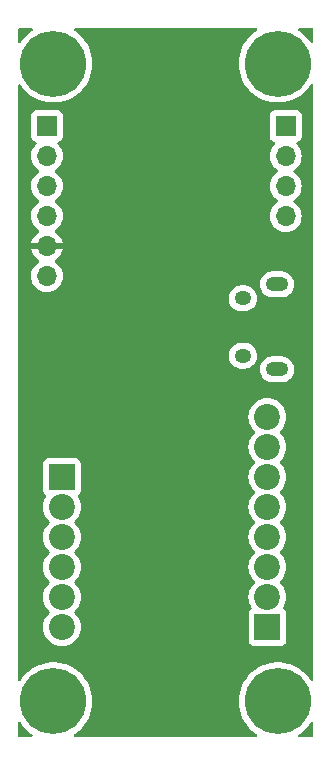
<source format=gbr>
%TF.GenerationSoftware,KiCad,Pcbnew,7.0.5*%
%TF.CreationDate,2023-12-09T18:35:52-08:00*%
%TF.ProjectId,Lyrav3,4c797261-7633-42e6-9b69-6361645f7063,rev?*%
%TF.SameCoordinates,Original*%
%TF.FileFunction,Copper,L3,Inr*%
%TF.FilePolarity,Positive*%
%FSLAX46Y46*%
G04 Gerber Fmt 4.6, Leading zero omitted, Abs format (unit mm)*
G04 Created by KiCad (PCBNEW 7.0.5) date 2023-12-09 18:35:52*
%MOMM*%
%LPD*%
G01*
G04 APERTURE LIST*
%TA.AperFunction,ComponentPad*%
%ADD10C,5.600000*%
%TD*%
%TA.AperFunction,ComponentPad*%
%ADD11R,1.700000X1.700000*%
%TD*%
%TA.AperFunction,ComponentPad*%
%ADD12O,1.700000X1.700000*%
%TD*%
%TA.AperFunction,ComponentPad*%
%ADD13R,2.200000X2.200000*%
%TD*%
%TA.AperFunction,ComponentPad*%
%ADD14C,2.200000*%
%TD*%
%TA.AperFunction,ComponentPad*%
%ADD15O,1.900000X1.200000*%
%TD*%
%TA.AperFunction,ComponentPad*%
%ADD16O,1.400000X1.200000*%
%TD*%
G04 APERTURE END LIST*
D10*
%TO.N,GND*%
%TO.C,H3*%
X186600000Y-116025000D03*
%TD*%
D11*
%TO.N,/BRKOUT4*%
%TO.C,J8*%
X206273400Y-67320000D03*
D12*
%TO.N,/BRKOUT3*%
X206273400Y-69860000D03*
%TO.N,/BRKOUT2*%
X206273400Y-72400000D03*
%TO.N,/BRKOUT1*%
X206273400Y-74940000D03*
%TD*%
D13*
%TO.N,/P4-*%
%TO.C,J1*%
X204724000Y-109728000D03*
D14*
%TO.N,/PYRO PWR*%
X204724000Y-107188000D03*
%TO.N,/P3-*%
X204724000Y-104648000D03*
%TO.N,/PYRO PWR*%
X204724000Y-102108000D03*
%TO.N,/P2-*%
X204724000Y-99568000D03*
%TO.N,/PYRO PWR*%
X204724000Y-97028000D03*
%TO.N,/P1-*%
X204724000Y-94488000D03*
%TO.N,/PYRO PWR*%
X204724000Y-91948000D03*
%TD*%
D15*
%TO.N,N/C*%
%TO.C,J7*%
X205539000Y-80728000D03*
X205539000Y-87928000D03*
D16*
X202639000Y-86748000D03*
%TO.N,unconnected-(J7-Shield-Pad6)*%
X202639000Y-81908000D03*
%TD*%
D10*
%TO.N,GND*%
%TO.C,H1*%
X186600000Y-62025000D03*
%TD*%
%TO.N,GND*%
%TO.C,H2*%
X205600000Y-62025000D03*
%TD*%
%TO.N,GND*%
%TO.C,H4*%
X205600000Y-116025000D03*
%TD*%
D13*
%TO.N,/PYRO PWR*%
%TO.C,J2*%
X187325000Y-97028000D03*
D14*
%TO.N,+12P*%
X187325000Y-99568000D03*
%TO.N,+12V*%
X187325000Y-102108000D03*
%TO.N,+BATT*%
X187325000Y-104648000D03*
%TO.N,GND*%
X187325000Y-107188000D03*
%TO.N,+BATT*%
X187325000Y-109728000D03*
%TD*%
D11*
%TO.N,/BRKOUT5*%
%TO.C,J6*%
X186055000Y-67310000D03*
D12*
%TO.N,/BRKOUT6*%
X186055000Y-69850000D03*
%TO.N,/BRKOUT7*%
X186055000Y-72390000D03*
%TO.N,+12VA*%
X186055000Y-74930000D03*
%TO.N,+3V3*%
X186055000Y-77470000D03*
%TO.N,GND*%
X186055000Y-80010000D03*
%TD*%
%TA.AperFunction,Conductor*%
%TO.N,+3V3*%
G36*
X203803786Y-59045185D02*
G01*
X203849541Y-59097989D01*
X203859485Y-59167147D01*
X203830460Y-59230703D01*
X203800677Y-59255748D01*
X203745081Y-59289200D01*
X203656768Y-59356333D01*
X203460172Y-59505781D01*
X203460163Y-59505789D01*
X203200331Y-59751914D01*
X202968641Y-60024680D01*
X202968634Y-60024690D01*
X202767790Y-60320913D01*
X202767784Y-60320922D01*
X202600151Y-60637111D01*
X202600142Y-60637129D01*
X202467674Y-60969600D01*
X202467672Y-60969607D01*
X202371932Y-61314434D01*
X202371926Y-61314460D01*
X202314029Y-61667614D01*
X202314028Y-61667631D01*
X202294652Y-62024997D01*
X202294652Y-62025002D01*
X202314028Y-62382368D01*
X202314029Y-62382385D01*
X202371926Y-62735539D01*
X202371932Y-62735565D01*
X202467672Y-63080392D01*
X202467674Y-63080399D01*
X202600142Y-63412870D01*
X202600151Y-63412888D01*
X202767784Y-63729077D01*
X202767787Y-63729082D01*
X202767789Y-63729085D01*
X202828861Y-63819160D01*
X202968634Y-64025309D01*
X202968641Y-64025319D01*
X203200331Y-64298085D01*
X203200332Y-64298086D01*
X203460163Y-64544211D01*
X203745081Y-64760800D01*
X204051747Y-64945315D01*
X204051749Y-64945316D01*
X204051751Y-64945317D01*
X204051755Y-64945319D01*
X204376552Y-65095585D01*
X204376565Y-65095591D01*
X204715726Y-65209868D01*
X205065254Y-65286805D01*
X205421052Y-65325500D01*
X205421058Y-65325500D01*
X205778942Y-65325500D01*
X205778948Y-65325500D01*
X206134746Y-65286805D01*
X206484274Y-65209868D01*
X206823435Y-65095591D01*
X207148253Y-64945315D01*
X207454919Y-64760800D01*
X207739837Y-64544211D01*
X207999668Y-64298086D01*
X208231365Y-64025311D01*
X208278359Y-63955998D01*
X208372867Y-63816612D01*
X208426781Y-63772171D01*
X208496164Y-63763933D01*
X208558985Y-63794514D01*
X208595301Y-63854204D01*
X208599500Y-63886199D01*
X208599500Y-114163801D01*
X208579815Y-114230840D01*
X208527011Y-114276595D01*
X208457853Y-114286539D01*
X208394297Y-114257514D01*
X208372867Y-114233388D01*
X208231366Y-114024690D01*
X208231358Y-114024680D01*
X207999668Y-113751914D01*
X207999668Y-113751913D01*
X207739837Y-113505789D01*
X207739830Y-113505783D01*
X207739827Y-113505781D01*
X207672245Y-113454407D01*
X207454919Y-113289200D01*
X207148253Y-113104685D01*
X207148252Y-113104684D01*
X207148248Y-113104682D01*
X207148244Y-113104680D01*
X206823447Y-112954414D01*
X206823441Y-112954411D01*
X206823435Y-112954409D01*
X206653854Y-112897270D01*
X206484273Y-112840131D01*
X206134744Y-112763194D01*
X205778949Y-112724500D01*
X205778948Y-112724500D01*
X205421052Y-112724500D01*
X205421050Y-112724500D01*
X205065255Y-112763194D01*
X204715726Y-112840131D01*
X204459970Y-112926306D01*
X204376565Y-112954409D01*
X204376562Y-112954410D01*
X204376563Y-112954410D01*
X204376552Y-112954414D01*
X204051755Y-113104680D01*
X204051751Y-113104682D01*
X203823367Y-113242096D01*
X203745081Y-113289200D01*
X203656768Y-113356333D01*
X203460172Y-113505781D01*
X203460163Y-113505789D01*
X203200331Y-113751914D01*
X202968641Y-114024680D01*
X202968634Y-114024690D01*
X202767790Y-114320913D01*
X202767784Y-114320922D01*
X202600151Y-114637111D01*
X202600142Y-114637129D01*
X202467674Y-114969600D01*
X202467672Y-114969607D01*
X202371932Y-115314434D01*
X202371926Y-115314460D01*
X202314029Y-115667614D01*
X202314028Y-115667631D01*
X202294652Y-116024997D01*
X202294652Y-116025002D01*
X202314028Y-116382368D01*
X202314029Y-116382385D01*
X202371926Y-116735539D01*
X202371932Y-116735565D01*
X202467672Y-117080392D01*
X202467674Y-117080399D01*
X202600142Y-117412870D01*
X202600151Y-117412888D01*
X202767784Y-117729077D01*
X202767787Y-117729082D01*
X202767789Y-117729085D01*
X202828861Y-117819160D01*
X202968634Y-118025309D01*
X202968641Y-118025319D01*
X203200331Y-118298085D01*
X203200332Y-118298086D01*
X203460163Y-118544211D01*
X203745081Y-118760800D01*
X203800676Y-118794250D01*
X203847970Y-118845679D01*
X203859953Y-118914514D01*
X203832818Y-118978899D01*
X203775181Y-119018393D01*
X203736747Y-119024500D01*
X188463253Y-119024500D01*
X188396214Y-119004815D01*
X188350459Y-118952011D01*
X188340515Y-118882853D01*
X188369540Y-118819297D01*
X188399322Y-118794251D01*
X188454919Y-118760800D01*
X188739837Y-118544211D01*
X188999668Y-118298086D01*
X189231365Y-118025311D01*
X189432211Y-117729085D01*
X189599853Y-117412880D01*
X189732324Y-117080403D01*
X189828071Y-116735552D01*
X189885972Y-116382371D01*
X189905348Y-116025000D01*
X189885972Y-115667629D01*
X189828071Y-115314448D01*
X189732324Y-114969597D01*
X189599853Y-114637120D01*
X189432211Y-114320915D01*
X189231365Y-114024689D01*
X189231361Y-114024684D01*
X189231358Y-114024680D01*
X188999668Y-113751914D01*
X188999668Y-113751913D01*
X188739837Y-113505789D01*
X188739830Y-113505783D01*
X188739827Y-113505781D01*
X188672245Y-113454407D01*
X188454919Y-113289200D01*
X188148253Y-113104685D01*
X188148252Y-113104684D01*
X188148248Y-113104682D01*
X188148244Y-113104680D01*
X187823447Y-112954414D01*
X187823441Y-112954411D01*
X187823435Y-112954409D01*
X187653854Y-112897270D01*
X187484273Y-112840131D01*
X187134744Y-112763194D01*
X186778949Y-112724500D01*
X186778948Y-112724500D01*
X186421052Y-112724500D01*
X186421050Y-112724500D01*
X186065255Y-112763194D01*
X185715726Y-112840131D01*
X185459969Y-112926306D01*
X185376565Y-112954409D01*
X185376562Y-112954410D01*
X185376563Y-112954410D01*
X185376552Y-112954414D01*
X185051755Y-113104680D01*
X185051751Y-113104682D01*
X184823367Y-113242096D01*
X184745081Y-113289200D01*
X184656768Y-113356333D01*
X184460172Y-113505781D01*
X184460163Y-113505789D01*
X184200331Y-113751914D01*
X183968641Y-114024680D01*
X183968633Y-114024690D01*
X183827133Y-114233388D01*
X183773219Y-114277829D01*
X183703836Y-114286067D01*
X183641015Y-114255486D01*
X183604699Y-114195796D01*
X183600500Y-114163801D01*
X183600500Y-109728000D01*
X185719551Y-109728000D01*
X185739317Y-109979151D01*
X185798126Y-110224110D01*
X185894533Y-110456859D01*
X186026160Y-110671653D01*
X186026161Y-110671656D01*
X186026164Y-110671659D01*
X186189776Y-110863224D01*
X186338066Y-110989875D01*
X186381343Y-111026838D01*
X186381346Y-111026839D01*
X186596140Y-111158466D01*
X186828889Y-111254873D01*
X187073852Y-111313683D01*
X187325000Y-111333449D01*
X187576148Y-111313683D01*
X187821111Y-111254873D01*
X188053859Y-111158466D01*
X188268659Y-111026836D01*
X188460224Y-110863224D01*
X188623836Y-110671659D01*
X188755466Y-110456859D01*
X188851873Y-110224111D01*
X188910683Y-109979148D01*
X188930449Y-109728000D01*
X188910683Y-109476852D01*
X188851873Y-109231889D01*
X188755466Y-108999141D01*
X188755466Y-108999140D01*
X188623839Y-108784346D01*
X188623838Y-108784343D01*
X188460224Y-108592776D01*
X188445401Y-108580116D01*
X188412819Y-108552289D01*
X188374627Y-108493784D01*
X188374128Y-108423916D01*
X188411482Y-108364870D01*
X188412756Y-108363764D01*
X188460224Y-108323224D01*
X188623836Y-108131659D01*
X188755466Y-107916859D01*
X188851873Y-107684111D01*
X188910683Y-107439148D01*
X188930449Y-107188000D01*
X188930449Y-107187999D01*
X203118551Y-107187999D01*
X203138317Y-107439151D01*
X203197126Y-107684110D01*
X203293533Y-107916859D01*
X203374520Y-108049016D01*
X203392765Y-108116462D01*
X203371649Y-108183064D01*
X203343105Y-108213072D01*
X203266452Y-108270455D01*
X203180206Y-108385664D01*
X203180202Y-108385671D01*
X203129908Y-108520517D01*
X203123501Y-108580116D01*
X203123501Y-108580123D01*
X203123500Y-108580135D01*
X203123500Y-110875870D01*
X203123501Y-110875876D01*
X203129908Y-110935483D01*
X203180202Y-111070328D01*
X203180206Y-111070335D01*
X203266452Y-111185544D01*
X203266455Y-111185547D01*
X203381664Y-111271793D01*
X203381671Y-111271797D01*
X203516517Y-111322091D01*
X203516516Y-111322091D01*
X203523444Y-111322835D01*
X203576127Y-111328500D01*
X205871872Y-111328499D01*
X205931483Y-111322091D01*
X206066331Y-111271796D01*
X206181546Y-111185546D01*
X206267796Y-111070331D01*
X206318091Y-110935483D01*
X206324500Y-110875873D01*
X206324499Y-108580128D01*
X206318091Y-108520517D01*
X206308120Y-108493784D01*
X206267797Y-108385671D01*
X206267793Y-108385664D01*
X206181547Y-108270455D01*
X206104894Y-108213072D01*
X206063024Y-108157138D01*
X206058040Y-108087446D01*
X206073476Y-108049021D01*
X206154466Y-107916859D01*
X206250873Y-107684111D01*
X206309683Y-107439148D01*
X206329449Y-107188000D01*
X206309683Y-106936852D01*
X206250873Y-106691889D01*
X206154466Y-106459141D01*
X206154466Y-106459140D01*
X206022839Y-106244346D01*
X206022838Y-106244343D01*
X205985875Y-106201066D01*
X205859224Y-106052776D01*
X205811820Y-106012289D01*
X205773627Y-105953782D01*
X205773129Y-105883914D01*
X205810483Y-105824868D01*
X205811669Y-105823839D01*
X205859224Y-105783224D01*
X206022836Y-105591659D01*
X206154466Y-105376859D01*
X206250873Y-105144111D01*
X206309683Y-104899148D01*
X206329449Y-104648000D01*
X206309683Y-104396852D01*
X206250873Y-104151889D01*
X206154466Y-103919141D01*
X206154466Y-103919140D01*
X206022839Y-103704346D01*
X206022838Y-103704343D01*
X205859224Y-103512776D01*
X205859215Y-103512768D01*
X205811819Y-103472289D01*
X205773627Y-103413784D01*
X205773128Y-103343916D01*
X205810482Y-103284870D01*
X205811756Y-103283764D01*
X205859224Y-103243224D01*
X206022836Y-103051659D01*
X206154466Y-102836859D01*
X206250873Y-102604111D01*
X206309683Y-102359148D01*
X206329449Y-102108000D01*
X206309683Y-101856852D01*
X206250873Y-101611889D01*
X206154466Y-101379141D01*
X206154466Y-101379140D01*
X206022839Y-101164346D01*
X206022838Y-101164343D01*
X205985875Y-101121066D01*
X205859224Y-100972776D01*
X205811820Y-100932289D01*
X205773627Y-100873782D01*
X205773129Y-100803914D01*
X205810483Y-100744868D01*
X205811669Y-100743839D01*
X205859224Y-100703224D01*
X206022836Y-100511659D01*
X206154466Y-100296859D01*
X206250873Y-100064111D01*
X206309683Y-99819148D01*
X206329449Y-99568000D01*
X206309683Y-99316852D01*
X206250873Y-99071889D01*
X206154466Y-98839141D01*
X206154466Y-98839140D01*
X206022839Y-98624346D01*
X206022838Y-98624343D01*
X205859224Y-98432776D01*
X205859223Y-98432775D01*
X205811819Y-98392289D01*
X205773627Y-98333784D01*
X205773128Y-98263916D01*
X205810482Y-98204870D01*
X205811756Y-98203764D01*
X205859224Y-98163224D01*
X206022836Y-97971659D01*
X206154466Y-97756859D01*
X206250873Y-97524111D01*
X206309683Y-97279148D01*
X206329449Y-97028000D01*
X206309683Y-96776852D01*
X206250873Y-96531889D01*
X206154466Y-96299141D01*
X206154466Y-96299140D01*
X206022839Y-96084346D01*
X206022838Y-96084343D01*
X205985875Y-96041066D01*
X205859224Y-95892776D01*
X205811820Y-95852289D01*
X205773627Y-95793782D01*
X205773129Y-95723914D01*
X205810483Y-95664868D01*
X205811669Y-95663839D01*
X205859224Y-95623224D01*
X206022836Y-95431659D01*
X206154466Y-95216859D01*
X206250873Y-94984111D01*
X206309683Y-94739148D01*
X206329449Y-94488000D01*
X206309683Y-94236852D01*
X206250873Y-93991889D01*
X206154466Y-93759141D01*
X206154466Y-93759140D01*
X206022839Y-93544346D01*
X206022838Y-93544343D01*
X205859224Y-93352776D01*
X205859223Y-93352775D01*
X205811819Y-93312289D01*
X205773627Y-93253784D01*
X205773128Y-93183916D01*
X205810482Y-93124870D01*
X205811756Y-93123764D01*
X205859224Y-93083224D01*
X206022836Y-92891659D01*
X206154466Y-92676859D01*
X206250873Y-92444111D01*
X206309683Y-92199148D01*
X206329449Y-91948000D01*
X206309683Y-91696852D01*
X206250873Y-91451889D01*
X206154466Y-91219141D01*
X206154466Y-91219140D01*
X206022839Y-91004346D01*
X206022838Y-91004343D01*
X205985875Y-90961066D01*
X205859224Y-90812776D01*
X205732571Y-90704604D01*
X205667656Y-90649161D01*
X205667653Y-90649160D01*
X205452859Y-90517533D01*
X205220110Y-90421126D01*
X204975151Y-90362317D01*
X204724000Y-90342551D01*
X204472848Y-90362317D01*
X204227889Y-90421126D01*
X203995140Y-90517533D01*
X203780346Y-90649160D01*
X203780343Y-90649161D01*
X203588776Y-90812776D01*
X203425161Y-91004343D01*
X203425160Y-91004346D01*
X203293533Y-91219140D01*
X203197126Y-91451889D01*
X203138317Y-91696848D01*
X203118551Y-91947999D01*
X203138317Y-92199151D01*
X203197126Y-92444110D01*
X203293533Y-92676859D01*
X203425160Y-92891653D01*
X203425161Y-92891656D01*
X203425164Y-92891659D01*
X203588776Y-93083224D01*
X203636178Y-93123709D01*
X203636179Y-93123710D01*
X203674372Y-93182217D01*
X203674870Y-93252085D01*
X203637516Y-93311131D01*
X203636179Y-93312290D01*
X203588776Y-93352776D01*
X203425161Y-93544343D01*
X203425160Y-93544346D01*
X203293533Y-93759140D01*
X203197126Y-93991889D01*
X203138317Y-94236848D01*
X203118551Y-94488000D01*
X203138317Y-94739151D01*
X203197126Y-94984110D01*
X203293533Y-95216859D01*
X203425160Y-95431653D01*
X203425161Y-95431656D01*
X203470043Y-95484206D01*
X203588776Y-95623224D01*
X203636179Y-95663710D01*
X203674371Y-95722215D01*
X203674871Y-95792083D01*
X203637517Y-95851129D01*
X203636180Y-95852288D01*
X203588777Y-95892775D01*
X203425161Y-96084343D01*
X203425160Y-96084346D01*
X203293533Y-96299140D01*
X203197126Y-96531889D01*
X203138317Y-96776848D01*
X203118551Y-97028000D01*
X203138317Y-97279151D01*
X203197126Y-97524110D01*
X203293533Y-97756859D01*
X203425160Y-97971653D01*
X203425161Y-97971656D01*
X203425164Y-97971659D01*
X203588776Y-98163224D01*
X203636178Y-98203709D01*
X203636179Y-98203710D01*
X203674372Y-98262217D01*
X203674870Y-98332085D01*
X203637516Y-98391131D01*
X203636179Y-98392290D01*
X203588776Y-98432776D01*
X203425161Y-98624343D01*
X203425160Y-98624346D01*
X203293533Y-98839140D01*
X203197126Y-99071889D01*
X203138317Y-99316848D01*
X203118551Y-99568000D01*
X203138317Y-99819151D01*
X203197126Y-100064110D01*
X203293533Y-100296859D01*
X203425160Y-100511653D01*
X203425161Y-100511656D01*
X203425164Y-100511659D01*
X203588776Y-100703224D01*
X203636175Y-100743707D01*
X203636179Y-100743710D01*
X203674372Y-100802217D01*
X203674870Y-100872085D01*
X203637516Y-100931131D01*
X203636179Y-100932290D01*
X203588776Y-100972776D01*
X203425161Y-101164343D01*
X203425160Y-101164346D01*
X203293533Y-101379140D01*
X203197126Y-101611889D01*
X203138317Y-101856848D01*
X203118551Y-102108000D01*
X203138317Y-102359151D01*
X203197126Y-102604110D01*
X203293533Y-102836859D01*
X203425160Y-103051653D01*
X203425161Y-103051656D01*
X203425164Y-103051659D01*
X203588776Y-103243224D01*
X203636178Y-103283709D01*
X203636179Y-103283710D01*
X203674372Y-103342217D01*
X203674870Y-103412085D01*
X203637516Y-103471131D01*
X203636179Y-103472290D01*
X203588776Y-103512776D01*
X203425161Y-103704343D01*
X203425160Y-103704346D01*
X203293533Y-103919140D01*
X203197126Y-104151889D01*
X203138317Y-104396848D01*
X203118551Y-104647999D01*
X203138317Y-104899151D01*
X203197126Y-105144110D01*
X203293533Y-105376859D01*
X203425160Y-105591653D01*
X203425161Y-105591656D01*
X203425164Y-105591659D01*
X203588776Y-105783224D01*
X203636179Y-105823710D01*
X203674371Y-105882215D01*
X203674871Y-105952083D01*
X203637517Y-106011129D01*
X203636180Y-106012288D01*
X203588777Y-106052775D01*
X203425161Y-106244343D01*
X203425160Y-106244346D01*
X203293533Y-106459140D01*
X203197126Y-106691889D01*
X203138317Y-106936848D01*
X203118551Y-107187999D01*
X188930449Y-107187999D01*
X188910683Y-106936852D01*
X188851873Y-106691889D01*
X188755466Y-106459141D01*
X188755466Y-106459140D01*
X188623839Y-106244346D01*
X188623838Y-106244343D01*
X188460224Y-106052776D01*
X188460223Y-106052775D01*
X188412819Y-106012289D01*
X188374627Y-105953784D01*
X188374128Y-105883916D01*
X188411482Y-105824870D01*
X188412756Y-105823764D01*
X188460224Y-105783224D01*
X188623836Y-105591659D01*
X188755466Y-105376859D01*
X188851873Y-105144111D01*
X188910683Y-104899148D01*
X188930449Y-104648000D01*
X188910683Y-104396852D01*
X188851873Y-104151889D01*
X188755466Y-103919141D01*
X188755466Y-103919140D01*
X188623839Y-103704346D01*
X188623838Y-103704343D01*
X188460224Y-103512776D01*
X188460215Y-103512768D01*
X188412819Y-103472289D01*
X188374627Y-103413784D01*
X188374128Y-103343916D01*
X188411482Y-103284870D01*
X188412756Y-103283764D01*
X188460224Y-103243224D01*
X188623836Y-103051659D01*
X188755466Y-102836859D01*
X188851873Y-102604111D01*
X188910683Y-102359148D01*
X188930449Y-102108000D01*
X188910683Y-101856852D01*
X188851873Y-101611889D01*
X188755466Y-101379141D01*
X188755466Y-101379140D01*
X188623839Y-101164346D01*
X188623838Y-101164343D01*
X188460224Y-100972776D01*
X188412819Y-100932289D01*
X188374627Y-100873784D01*
X188374128Y-100803916D01*
X188411482Y-100744870D01*
X188412756Y-100743764D01*
X188460224Y-100703224D01*
X188623836Y-100511659D01*
X188755466Y-100296859D01*
X188851873Y-100064111D01*
X188910683Y-99819148D01*
X188930449Y-99568000D01*
X188910683Y-99316852D01*
X188851873Y-99071889D01*
X188755466Y-98839141D01*
X188755466Y-98839140D01*
X188674479Y-98706983D01*
X188656234Y-98639538D01*
X188677350Y-98572935D01*
X188705891Y-98542929D01*
X188782546Y-98485546D01*
X188868796Y-98370331D01*
X188919091Y-98235483D01*
X188925500Y-98175873D01*
X188925499Y-95880128D01*
X188919091Y-95820517D01*
X188883060Y-95723914D01*
X188868797Y-95685671D01*
X188868793Y-95685664D01*
X188782547Y-95570455D01*
X188782544Y-95570452D01*
X188667335Y-95484206D01*
X188667328Y-95484202D01*
X188532482Y-95433908D01*
X188532483Y-95433908D01*
X188472883Y-95427501D01*
X188472881Y-95427500D01*
X188472873Y-95427500D01*
X188472864Y-95427500D01*
X186177129Y-95427500D01*
X186177123Y-95427501D01*
X186117516Y-95433908D01*
X185982671Y-95484202D01*
X185982664Y-95484206D01*
X185867455Y-95570452D01*
X185867452Y-95570455D01*
X185781206Y-95685664D01*
X185781202Y-95685671D01*
X185730908Y-95820517D01*
X185724501Y-95880116D01*
X185724501Y-95880123D01*
X185724500Y-95880135D01*
X185724500Y-98175870D01*
X185724501Y-98175876D01*
X185730908Y-98235483D01*
X185781202Y-98370328D01*
X185781206Y-98370335D01*
X185867452Y-98485544D01*
X185867455Y-98485547D01*
X185944104Y-98542927D01*
X185985975Y-98598861D01*
X185990959Y-98668552D01*
X185975520Y-98706983D01*
X185894533Y-98839140D01*
X185798126Y-99071889D01*
X185739317Y-99316848D01*
X185719551Y-99567999D01*
X185739317Y-99819151D01*
X185798126Y-100064110D01*
X185894533Y-100296859D01*
X186026160Y-100511653D01*
X186026161Y-100511656D01*
X186026164Y-100511659D01*
X186189776Y-100703224D01*
X186237175Y-100743707D01*
X186237179Y-100743710D01*
X186275372Y-100802217D01*
X186275870Y-100872085D01*
X186238516Y-100931131D01*
X186237179Y-100932290D01*
X186189776Y-100972776D01*
X186026161Y-101164343D01*
X186026160Y-101164346D01*
X185894533Y-101379140D01*
X185798126Y-101611889D01*
X185739317Y-101856848D01*
X185719551Y-102107999D01*
X185739317Y-102359151D01*
X185798126Y-102604110D01*
X185894533Y-102836859D01*
X186026160Y-103051653D01*
X186026161Y-103051656D01*
X186026164Y-103051659D01*
X186189776Y-103243224D01*
X186234507Y-103281428D01*
X186237178Y-103283709D01*
X186275371Y-103342216D01*
X186275869Y-103412084D01*
X186238515Y-103471130D01*
X186237179Y-103472288D01*
X186189783Y-103512768D01*
X186189776Y-103512776D01*
X186026161Y-103704343D01*
X186026160Y-103704346D01*
X185894533Y-103919140D01*
X185798126Y-104151889D01*
X185739317Y-104396848D01*
X185719551Y-104648000D01*
X185739317Y-104899151D01*
X185798126Y-105144110D01*
X185894533Y-105376859D01*
X186026160Y-105591653D01*
X186026161Y-105591656D01*
X186026164Y-105591659D01*
X186189776Y-105783224D01*
X186237175Y-105823707D01*
X186237179Y-105823710D01*
X186275372Y-105882217D01*
X186275870Y-105952085D01*
X186238516Y-106011131D01*
X186237179Y-106012290D01*
X186189776Y-106052776D01*
X186026161Y-106244343D01*
X186026160Y-106244346D01*
X185894533Y-106459140D01*
X185798126Y-106691889D01*
X185739317Y-106936848D01*
X185719551Y-107188000D01*
X185739317Y-107439151D01*
X185798126Y-107684110D01*
X185894533Y-107916859D01*
X186026160Y-108131653D01*
X186026161Y-108131656D01*
X186026164Y-108131659D01*
X186189776Y-108323224D01*
X186237178Y-108363709D01*
X186237179Y-108363710D01*
X186275372Y-108422217D01*
X186275870Y-108492085D01*
X186238516Y-108551131D01*
X186237179Y-108552290D01*
X186189776Y-108592776D01*
X186026161Y-108784343D01*
X186026160Y-108784346D01*
X185894533Y-108999140D01*
X185798126Y-109231889D01*
X185739317Y-109476848D01*
X185719551Y-109728000D01*
X183600500Y-109728000D01*
X183600500Y-87875401D01*
X204084746Y-87875401D01*
X204094745Y-88085327D01*
X204144296Y-88289578D01*
X204144298Y-88289582D01*
X204231598Y-88480743D01*
X204231601Y-88480748D01*
X204231602Y-88480750D01*
X204231604Y-88480753D01*
X204294627Y-88569256D01*
X204353515Y-88651953D01*
X204353520Y-88651959D01*
X204505620Y-88796985D01*
X204600578Y-88858011D01*
X204682428Y-88910613D01*
X204877543Y-88988725D01*
X204980729Y-89008612D01*
X205083914Y-89028500D01*
X205083915Y-89028500D01*
X205941419Y-89028500D01*
X205941425Y-89028500D01*
X206098218Y-89013528D01*
X206299875Y-88954316D01*
X206486682Y-88858011D01*
X206651886Y-88728092D01*
X206789519Y-88569256D01*
X206894604Y-88387244D01*
X206963344Y-88188633D01*
X206993254Y-87980602D01*
X206983254Y-87770670D01*
X206933704Y-87566424D01*
X206925331Y-87548090D01*
X206846401Y-87375256D01*
X206846398Y-87375251D01*
X206846397Y-87375250D01*
X206846396Y-87375247D01*
X206724486Y-87204048D01*
X206724484Y-87204046D01*
X206724479Y-87204040D01*
X206572379Y-87059014D01*
X206395574Y-86945388D01*
X206200455Y-86867274D01*
X205994086Y-86827500D01*
X205994085Y-86827500D01*
X205136575Y-86827500D01*
X204979781Y-86842472D01*
X204979782Y-86842472D01*
X204979778Y-86842473D01*
X204778127Y-86901683D01*
X204591313Y-86997991D01*
X204426116Y-87127905D01*
X204426112Y-87127909D01*
X204288478Y-87286746D01*
X204183398Y-87468750D01*
X204114656Y-87667365D01*
X204114656Y-87667367D01*
X204088614Y-87848500D01*
X204084746Y-87875401D01*
X183600500Y-87875401D01*
X183600500Y-86695401D01*
X201434746Y-86695401D01*
X201444745Y-86905327D01*
X201494296Y-87109578D01*
X201494298Y-87109582D01*
X201581598Y-87300743D01*
X201581601Y-87300748D01*
X201581602Y-87300750D01*
X201581604Y-87300753D01*
X201644627Y-87389256D01*
X201703515Y-87471953D01*
X201703520Y-87471959D01*
X201855620Y-87616985D01*
X201950578Y-87678011D01*
X202032428Y-87730613D01*
X202227543Y-87808725D01*
X202330729Y-87828612D01*
X202433914Y-87848500D01*
X202433915Y-87848500D01*
X202791419Y-87848500D01*
X202791425Y-87848500D01*
X202948218Y-87833528D01*
X203149875Y-87774316D01*
X203336682Y-87678011D01*
X203350220Y-87667365D01*
X203501883Y-87548094D01*
X203501886Y-87548092D01*
X203639519Y-87389256D01*
X203744604Y-87207244D01*
X203813344Y-87008633D01*
X203843254Y-86800602D01*
X203833254Y-86590670D01*
X203783704Y-86386424D01*
X203783701Y-86386417D01*
X203696401Y-86195256D01*
X203696398Y-86195251D01*
X203696397Y-86195250D01*
X203696396Y-86195247D01*
X203574486Y-86024048D01*
X203574484Y-86024046D01*
X203574479Y-86024040D01*
X203422379Y-85879014D01*
X203245574Y-85765388D01*
X203050455Y-85687274D01*
X202844086Y-85647500D01*
X202844085Y-85647500D01*
X202486575Y-85647500D01*
X202329782Y-85662472D01*
X202329778Y-85662473D01*
X202128127Y-85721683D01*
X201941313Y-85817991D01*
X201776116Y-85947905D01*
X201776112Y-85947909D01*
X201638478Y-86106746D01*
X201533398Y-86288750D01*
X201464656Y-86487365D01*
X201464656Y-86487367D01*
X201449804Y-86590670D01*
X201434746Y-86695401D01*
X183600500Y-86695401D01*
X183600500Y-81855401D01*
X201434746Y-81855401D01*
X201444745Y-82065327D01*
X201494296Y-82269578D01*
X201494298Y-82269582D01*
X201581598Y-82460743D01*
X201581601Y-82460748D01*
X201581602Y-82460750D01*
X201581604Y-82460753D01*
X201644627Y-82549256D01*
X201703515Y-82631953D01*
X201703520Y-82631959D01*
X201855620Y-82776985D01*
X201950578Y-82838011D01*
X202032428Y-82890613D01*
X202227543Y-82968725D01*
X202330729Y-82988612D01*
X202433914Y-83008500D01*
X202433915Y-83008500D01*
X202791419Y-83008500D01*
X202791425Y-83008500D01*
X202948218Y-82993528D01*
X203149875Y-82934316D01*
X203336682Y-82838011D01*
X203501886Y-82708092D01*
X203639519Y-82549256D01*
X203744604Y-82367244D01*
X203813344Y-82168633D01*
X203843254Y-81960602D01*
X203833254Y-81750670D01*
X203783704Y-81546424D01*
X203775331Y-81528090D01*
X203696401Y-81355256D01*
X203696398Y-81355251D01*
X203696397Y-81355250D01*
X203696396Y-81355247D01*
X203574486Y-81184048D01*
X203574484Y-81184046D01*
X203574479Y-81184040D01*
X203422379Y-81039014D01*
X203245574Y-80925388D01*
X203050455Y-80847274D01*
X202844086Y-80807500D01*
X202844085Y-80807500D01*
X202486575Y-80807500D01*
X202329782Y-80822472D01*
X202329778Y-80822473D01*
X202128127Y-80881683D01*
X201941313Y-80977991D01*
X201776116Y-81107905D01*
X201776112Y-81107909D01*
X201638478Y-81266746D01*
X201533398Y-81448750D01*
X201464656Y-81647365D01*
X201464656Y-81647367D01*
X201438614Y-81828500D01*
X201434746Y-81855401D01*
X183600500Y-81855401D01*
X183600500Y-80010000D01*
X184699341Y-80010000D01*
X184719936Y-80245403D01*
X184719938Y-80245413D01*
X184781094Y-80473655D01*
X184781096Y-80473659D01*
X184781097Y-80473663D01*
X184826333Y-80570672D01*
X184880965Y-80687830D01*
X184880967Y-80687834D01*
X184964759Y-80807500D01*
X185016505Y-80881401D01*
X185183599Y-81048495D01*
X185268451Y-81107909D01*
X185377165Y-81184032D01*
X185377167Y-81184033D01*
X185377170Y-81184035D01*
X185591337Y-81283903D01*
X185819592Y-81345063D01*
X186007918Y-81361539D01*
X186054999Y-81365659D01*
X186055000Y-81365659D01*
X186055001Y-81365659D01*
X186094234Y-81362226D01*
X186290408Y-81345063D01*
X186518663Y-81283903D01*
X186732830Y-81184035D01*
X186926401Y-81048495D01*
X187093495Y-80881401D01*
X187229035Y-80687830D01*
X187234831Y-80675401D01*
X204084746Y-80675401D01*
X204094745Y-80885327D01*
X204144296Y-81089578D01*
X204144298Y-81089582D01*
X204231598Y-81280743D01*
X204231601Y-81280748D01*
X204231602Y-81280750D01*
X204231604Y-81280753D01*
X204294627Y-81369256D01*
X204353515Y-81451953D01*
X204353520Y-81451959D01*
X204505620Y-81596985D01*
X204600578Y-81658011D01*
X204682428Y-81710613D01*
X204877543Y-81788725D01*
X204980729Y-81808612D01*
X205083914Y-81828500D01*
X205083915Y-81828500D01*
X205941419Y-81828500D01*
X205941425Y-81828500D01*
X206098218Y-81813528D01*
X206299875Y-81754316D01*
X206486682Y-81658011D01*
X206500220Y-81647365D01*
X206651883Y-81528094D01*
X206651886Y-81528092D01*
X206789519Y-81369256D01*
X206894604Y-81187244D01*
X206963344Y-80988633D01*
X206993254Y-80780602D01*
X206983254Y-80570670D01*
X206933704Y-80366424D01*
X206933701Y-80366417D01*
X206846401Y-80175256D01*
X206846398Y-80175251D01*
X206846397Y-80175250D01*
X206846396Y-80175247D01*
X206724486Y-80004048D01*
X206724484Y-80004046D01*
X206724479Y-80004040D01*
X206572379Y-79859014D01*
X206395574Y-79745388D01*
X206200455Y-79667274D01*
X205994086Y-79627500D01*
X205994085Y-79627500D01*
X205136575Y-79627500D01*
X204979782Y-79642472D01*
X204979778Y-79642473D01*
X204778127Y-79701683D01*
X204591313Y-79797991D01*
X204426116Y-79927905D01*
X204426112Y-79927909D01*
X204288478Y-80086746D01*
X204183398Y-80268750D01*
X204114656Y-80467365D01*
X204114656Y-80467367D01*
X204099804Y-80570670D01*
X204084746Y-80675401D01*
X187234831Y-80675401D01*
X187328903Y-80473663D01*
X187390063Y-80245408D01*
X187410659Y-80010000D01*
X187390063Y-79774592D01*
X187328903Y-79546337D01*
X187229035Y-79332171D01*
X187093495Y-79138599D01*
X187093494Y-79138597D01*
X186926402Y-78971506D01*
X186926401Y-78971505D01*
X186740405Y-78841269D01*
X186696781Y-78786692D01*
X186689588Y-78717193D01*
X186721110Y-78654839D01*
X186740405Y-78638119D01*
X186926082Y-78508105D01*
X187093105Y-78341082D01*
X187228600Y-78147578D01*
X187328429Y-77933492D01*
X187328432Y-77933486D01*
X187385636Y-77720000D01*
X186488686Y-77720000D01*
X186514493Y-77679844D01*
X186555000Y-77541889D01*
X186555000Y-77398111D01*
X186514493Y-77260156D01*
X186488686Y-77220000D01*
X187385636Y-77220000D01*
X187385635Y-77219999D01*
X187328432Y-77006513D01*
X187328429Y-77006507D01*
X187228600Y-76792422D01*
X187228599Y-76792420D01*
X187093113Y-76598926D01*
X187093108Y-76598920D01*
X186926078Y-76431890D01*
X186740405Y-76301879D01*
X186696780Y-76247302D01*
X186689588Y-76177804D01*
X186721110Y-76115449D01*
X186740406Y-76098730D01*
X186912115Y-75978498D01*
X186926401Y-75968495D01*
X187093495Y-75801401D01*
X187229035Y-75607830D01*
X187328903Y-75393663D01*
X187390063Y-75165408D01*
X187409784Y-74940000D01*
X204917741Y-74940000D01*
X204938336Y-75175403D01*
X204938338Y-75175413D01*
X204999494Y-75403655D01*
X204999496Y-75403659D01*
X204999497Y-75403663D01*
X205094702Y-75607830D01*
X205099365Y-75617830D01*
X205099367Y-75617834D01*
X205207681Y-75772521D01*
X205234905Y-75811401D01*
X205401999Y-75978495D01*
X205498784Y-76046264D01*
X205595565Y-76114032D01*
X205595567Y-76114033D01*
X205595570Y-76114035D01*
X205809737Y-76213903D01*
X206037992Y-76275063D01*
X206226318Y-76291539D01*
X206273399Y-76295659D01*
X206273400Y-76295659D01*
X206273401Y-76295659D01*
X206312634Y-76292226D01*
X206508808Y-76275063D01*
X206737063Y-76213903D01*
X206951230Y-76114035D01*
X207144801Y-75978495D01*
X207311895Y-75811401D01*
X207447435Y-75617830D01*
X207547303Y-75403663D01*
X207608463Y-75175408D01*
X207629059Y-74940000D01*
X207608463Y-74704592D01*
X207547303Y-74476337D01*
X207447435Y-74262171D01*
X207311895Y-74068599D01*
X207311894Y-74068597D01*
X207144802Y-73901506D01*
X207144796Y-73901501D01*
X206959242Y-73771575D01*
X206915617Y-73716998D01*
X206908423Y-73647500D01*
X206939946Y-73585145D01*
X206959242Y-73568425D01*
X206981426Y-73552891D01*
X207144801Y-73438495D01*
X207311895Y-73271401D01*
X207447435Y-73077830D01*
X207547303Y-72863663D01*
X207608463Y-72635408D01*
X207629059Y-72400000D01*
X207608463Y-72164592D01*
X207547303Y-71936337D01*
X207447435Y-71722171D01*
X207311895Y-71528599D01*
X207311894Y-71528597D01*
X207144802Y-71361506D01*
X207144801Y-71361505D01*
X206959242Y-71231575D01*
X206959241Y-71231574D01*
X206915616Y-71176997D01*
X206908424Y-71107498D01*
X206939946Y-71045144D01*
X206959236Y-71028428D01*
X207144801Y-70898495D01*
X207311895Y-70731401D01*
X207447435Y-70537830D01*
X207547303Y-70323663D01*
X207608463Y-70095408D01*
X207629059Y-69860000D01*
X207608463Y-69624592D01*
X207547303Y-69396337D01*
X207447435Y-69182171D01*
X207311895Y-68988599D01*
X207189967Y-68866671D01*
X207156484Y-68805351D01*
X207161468Y-68735659D01*
X207203339Y-68679725D01*
X207234315Y-68662810D01*
X207365731Y-68613796D01*
X207480946Y-68527546D01*
X207567196Y-68412331D01*
X207617491Y-68277483D01*
X207623900Y-68217873D01*
X207623899Y-66422128D01*
X207617491Y-66362517D01*
X207613761Y-66352517D01*
X207567197Y-66227671D01*
X207567193Y-66227664D01*
X207480947Y-66112455D01*
X207480944Y-66112452D01*
X207365735Y-66026206D01*
X207365728Y-66026202D01*
X207230882Y-65975908D01*
X207230883Y-65975908D01*
X207171283Y-65969501D01*
X207171281Y-65969500D01*
X207171273Y-65969500D01*
X207171264Y-65969500D01*
X205375529Y-65969500D01*
X205375523Y-65969501D01*
X205315916Y-65975908D01*
X205181071Y-66026202D01*
X205181064Y-66026206D01*
X205065855Y-66112452D01*
X205065852Y-66112455D01*
X204979606Y-66227664D01*
X204979602Y-66227671D01*
X204929308Y-66362517D01*
X204923975Y-66412127D01*
X204922901Y-66422123D01*
X204922900Y-66422135D01*
X204922900Y-68217870D01*
X204922901Y-68217876D01*
X204929308Y-68277483D01*
X204979602Y-68412328D01*
X204979606Y-68412335D01*
X205065852Y-68527544D01*
X205065855Y-68527547D01*
X205181064Y-68613793D01*
X205181071Y-68613797D01*
X205312481Y-68662810D01*
X205368415Y-68704681D01*
X205392832Y-68770145D01*
X205377980Y-68838418D01*
X205356830Y-68866673D01*
X205234903Y-68988600D01*
X205099365Y-69182169D01*
X205099364Y-69182171D01*
X204999498Y-69396335D01*
X204999494Y-69396344D01*
X204938338Y-69624586D01*
X204938336Y-69624596D01*
X204917741Y-69859999D01*
X204917741Y-69860000D01*
X204938336Y-70095403D01*
X204938338Y-70095413D01*
X204999494Y-70323655D01*
X204999496Y-70323659D01*
X204999497Y-70323663D01*
X205094702Y-70527830D01*
X205099365Y-70537830D01*
X205099367Y-70537834D01*
X205234901Y-70731395D01*
X205234906Y-70731402D01*
X205401997Y-70898493D01*
X205402003Y-70898498D01*
X205587558Y-71028425D01*
X205631183Y-71083002D01*
X205638377Y-71152500D01*
X205606854Y-71214855D01*
X205587558Y-71231575D01*
X205401997Y-71361505D01*
X205234905Y-71528597D01*
X205099365Y-71722169D01*
X205099364Y-71722171D01*
X204999498Y-71936335D01*
X204999494Y-71936344D01*
X204938338Y-72164586D01*
X204938336Y-72164596D01*
X204917741Y-72399999D01*
X204917741Y-72400000D01*
X204938336Y-72635403D01*
X204938338Y-72635413D01*
X204999494Y-72863655D01*
X204999496Y-72863659D01*
X204999497Y-72863663D01*
X205094702Y-73067830D01*
X205099365Y-73077830D01*
X205099367Y-73077834D01*
X205234901Y-73271395D01*
X205234906Y-73271402D01*
X205401997Y-73438493D01*
X205402003Y-73438498D01*
X205587558Y-73568425D01*
X205631183Y-73623002D01*
X205638377Y-73692500D01*
X205606854Y-73754855D01*
X205587558Y-73771575D01*
X205401997Y-73901505D01*
X205234905Y-74068597D01*
X205099365Y-74262169D01*
X205099364Y-74262171D01*
X204999498Y-74476335D01*
X204999494Y-74476344D01*
X204938338Y-74704586D01*
X204938336Y-74704596D01*
X204917741Y-74939999D01*
X204917741Y-74940000D01*
X187409784Y-74940000D01*
X187410659Y-74930000D01*
X187390063Y-74694592D01*
X187331584Y-74476344D01*
X187328905Y-74466344D01*
X187328904Y-74466343D01*
X187328903Y-74466337D01*
X187229035Y-74252171D01*
X187093495Y-74058599D01*
X187093494Y-74058597D01*
X186926402Y-73891506D01*
X186926396Y-73891501D01*
X186740842Y-73761575D01*
X186697217Y-73706998D01*
X186690023Y-73637500D01*
X186721546Y-73575145D01*
X186740842Y-73558425D01*
X186912115Y-73438498D01*
X186926401Y-73428495D01*
X187093495Y-73261401D01*
X187229035Y-73067830D01*
X187328903Y-72853663D01*
X187390063Y-72625408D01*
X187410659Y-72390000D01*
X187390063Y-72154592D01*
X187331584Y-71936344D01*
X187328905Y-71926344D01*
X187328904Y-71926343D01*
X187328903Y-71926337D01*
X187229035Y-71712171D01*
X187093495Y-71518599D01*
X187093494Y-71518597D01*
X186926402Y-71351506D01*
X186926396Y-71351501D01*
X186740842Y-71221575D01*
X186697217Y-71166998D01*
X186690023Y-71097500D01*
X186721546Y-71035145D01*
X186740842Y-71018425D01*
X186912115Y-70898498D01*
X186926401Y-70888495D01*
X187093495Y-70721401D01*
X187229035Y-70527830D01*
X187328903Y-70313663D01*
X187390063Y-70085408D01*
X187410659Y-69850000D01*
X187390063Y-69614592D01*
X187331584Y-69396344D01*
X187328905Y-69386344D01*
X187328904Y-69386343D01*
X187328903Y-69386337D01*
X187229035Y-69172171D01*
X187093495Y-68978599D01*
X186971567Y-68856671D01*
X186938084Y-68795351D01*
X186943068Y-68725659D01*
X186984939Y-68669725D01*
X187015915Y-68652810D01*
X187147331Y-68603796D01*
X187262546Y-68517546D01*
X187348796Y-68402331D01*
X187399091Y-68267483D01*
X187405500Y-68207873D01*
X187405499Y-66412128D01*
X187399091Y-66352517D01*
X187348796Y-66217669D01*
X187348795Y-66217668D01*
X187348793Y-66217664D01*
X187262547Y-66102455D01*
X187262544Y-66102452D01*
X187147335Y-66016206D01*
X187147328Y-66016202D01*
X187012482Y-65965908D01*
X187012483Y-65965908D01*
X186952883Y-65959501D01*
X186952881Y-65959500D01*
X186952873Y-65959500D01*
X186952864Y-65959500D01*
X185157129Y-65959500D01*
X185157123Y-65959501D01*
X185097516Y-65965908D01*
X184962671Y-66016202D01*
X184962664Y-66016206D01*
X184847455Y-66102452D01*
X184847452Y-66102455D01*
X184761206Y-66217664D01*
X184761202Y-66217671D01*
X184710908Y-66352517D01*
X184704501Y-66412116D01*
X184704501Y-66412123D01*
X184704500Y-66412135D01*
X184704500Y-68207870D01*
X184704501Y-68207876D01*
X184710908Y-68267483D01*
X184761202Y-68402328D01*
X184761206Y-68402335D01*
X184847452Y-68517544D01*
X184847455Y-68517547D01*
X184962664Y-68603793D01*
X184962671Y-68603797D01*
X185094081Y-68652810D01*
X185150015Y-68694681D01*
X185174432Y-68760145D01*
X185159580Y-68828418D01*
X185138430Y-68856673D01*
X185016503Y-68978600D01*
X184880965Y-69172169D01*
X184880964Y-69172171D01*
X184781098Y-69386335D01*
X184781094Y-69386344D01*
X184719938Y-69614586D01*
X184719936Y-69614596D01*
X184699341Y-69849999D01*
X184699341Y-69850000D01*
X184719936Y-70085403D01*
X184719938Y-70085413D01*
X184781094Y-70313655D01*
X184781096Y-70313659D01*
X184781097Y-70313663D01*
X184785761Y-70323664D01*
X184880965Y-70527830D01*
X184880967Y-70527834D01*
X185016501Y-70721395D01*
X185016506Y-70721402D01*
X185183597Y-70888493D01*
X185183603Y-70888498D01*
X185369158Y-71018425D01*
X185412783Y-71073002D01*
X185419977Y-71142500D01*
X185388454Y-71204855D01*
X185369158Y-71221575D01*
X185183597Y-71351505D01*
X185016505Y-71518597D01*
X184880965Y-71712169D01*
X184880964Y-71712171D01*
X184781098Y-71926335D01*
X184781094Y-71926344D01*
X184719938Y-72154586D01*
X184719936Y-72154596D01*
X184699341Y-72389999D01*
X184699341Y-72390000D01*
X184719936Y-72625403D01*
X184719938Y-72625413D01*
X184781094Y-72853655D01*
X184781096Y-72853659D01*
X184781097Y-72853663D01*
X184785761Y-72863664D01*
X184880965Y-73067830D01*
X184880967Y-73067834D01*
X185016501Y-73261395D01*
X185016506Y-73261402D01*
X185183597Y-73428493D01*
X185183603Y-73428498D01*
X185369158Y-73558425D01*
X185412783Y-73613002D01*
X185419977Y-73682500D01*
X185388454Y-73744855D01*
X185369158Y-73761575D01*
X185183597Y-73891505D01*
X185016505Y-74058597D01*
X184880965Y-74252169D01*
X184880964Y-74252171D01*
X184781098Y-74466335D01*
X184781094Y-74466344D01*
X184719938Y-74694586D01*
X184719936Y-74694596D01*
X184699341Y-74929999D01*
X184699341Y-74930000D01*
X184719936Y-75165403D01*
X184719938Y-75165413D01*
X184781094Y-75393655D01*
X184781096Y-75393659D01*
X184781097Y-75393663D01*
X184785761Y-75403664D01*
X184880965Y-75607830D01*
X184880967Y-75607834D01*
X185016501Y-75801395D01*
X185016506Y-75801402D01*
X185183597Y-75968493D01*
X185183603Y-75968498D01*
X185369594Y-76098730D01*
X185413219Y-76153307D01*
X185420413Y-76222805D01*
X185388890Y-76285160D01*
X185369595Y-76301880D01*
X185183922Y-76431890D01*
X185183920Y-76431891D01*
X185016891Y-76598920D01*
X185016886Y-76598926D01*
X184881400Y-76792420D01*
X184881399Y-76792422D01*
X184781570Y-77006507D01*
X184781567Y-77006513D01*
X184724364Y-77219999D01*
X184724364Y-77220000D01*
X185621314Y-77220000D01*
X185595507Y-77260156D01*
X185555000Y-77398111D01*
X185555000Y-77541889D01*
X185595507Y-77679844D01*
X185621314Y-77720000D01*
X184724364Y-77720000D01*
X184781567Y-77933486D01*
X184781570Y-77933492D01*
X184881399Y-78147578D01*
X185016894Y-78341082D01*
X185183917Y-78508105D01*
X185369595Y-78638119D01*
X185413219Y-78692696D01*
X185420412Y-78762195D01*
X185388890Y-78824549D01*
X185369595Y-78841269D01*
X185183594Y-78971508D01*
X185016505Y-79138597D01*
X184880965Y-79332169D01*
X184880964Y-79332171D01*
X184781098Y-79546335D01*
X184781094Y-79546344D01*
X184719938Y-79774586D01*
X184719936Y-79774596D01*
X184699341Y-80009999D01*
X184699341Y-80010000D01*
X183600500Y-80010000D01*
X183600500Y-63886199D01*
X183620185Y-63819160D01*
X183672989Y-63773405D01*
X183742147Y-63763461D01*
X183805703Y-63792486D01*
X183827133Y-63816612D01*
X183968633Y-64025309D01*
X183968641Y-64025319D01*
X184200331Y-64298085D01*
X184200332Y-64298086D01*
X184460163Y-64544211D01*
X184745081Y-64760800D01*
X185051747Y-64945315D01*
X185051749Y-64945316D01*
X185051751Y-64945317D01*
X185051755Y-64945319D01*
X185376552Y-65095585D01*
X185376565Y-65095591D01*
X185715726Y-65209868D01*
X186065254Y-65286805D01*
X186421052Y-65325500D01*
X186421058Y-65325500D01*
X186778942Y-65325500D01*
X186778948Y-65325500D01*
X187134746Y-65286805D01*
X187484274Y-65209868D01*
X187823435Y-65095591D01*
X188148253Y-64945315D01*
X188454919Y-64760800D01*
X188739837Y-64544211D01*
X188999668Y-64298086D01*
X189231365Y-64025311D01*
X189432211Y-63729085D01*
X189599853Y-63412880D01*
X189732324Y-63080403D01*
X189828071Y-62735552D01*
X189885972Y-62382371D01*
X189905348Y-62025000D01*
X189885972Y-61667629D01*
X189828071Y-61314448D01*
X189732324Y-60969597D01*
X189599853Y-60637120D01*
X189432211Y-60320915D01*
X189231365Y-60024689D01*
X189231361Y-60024684D01*
X189231358Y-60024680D01*
X188999668Y-59751914D01*
X188999667Y-59751913D01*
X188739837Y-59505789D01*
X188739830Y-59505783D01*
X188739827Y-59505781D01*
X188672245Y-59454407D01*
X188454919Y-59289200D01*
X188399323Y-59255749D01*
X188352030Y-59204321D01*
X188340047Y-59135486D01*
X188367182Y-59071101D01*
X188424819Y-59031607D01*
X188463253Y-59025500D01*
X203736747Y-59025500D01*
X203803786Y-59045185D01*
G37*
%TD.AperFunction*%
%TD*%
%TA.AperFunction,NonConductor*%
G36*
X184803786Y-59045185D02*
G01*
X184849541Y-59097989D01*
X184859485Y-59167147D01*
X184830460Y-59230703D01*
X184800677Y-59255748D01*
X184745081Y-59289200D01*
X184656768Y-59356333D01*
X184460172Y-59505781D01*
X184460163Y-59505789D01*
X184200331Y-59751914D01*
X183968641Y-60024680D01*
X183968633Y-60024690D01*
X183827133Y-60233388D01*
X183773219Y-60277829D01*
X183703836Y-60286067D01*
X183641015Y-60255486D01*
X183604699Y-60195796D01*
X183600500Y-60163801D01*
X183600500Y-59149500D01*
X183620185Y-59082461D01*
X183672989Y-59036706D01*
X183724500Y-59025500D01*
X184736747Y-59025500D01*
X184803786Y-59045185D01*
G37*
%TD.AperFunction*%
%TA.AperFunction,NonConductor*%
G36*
X208542539Y-59045185D02*
G01*
X208588294Y-59097989D01*
X208599500Y-59149500D01*
X208599500Y-60163801D01*
X208579815Y-60230840D01*
X208527011Y-60276595D01*
X208457853Y-60286539D01*
X208394297Y-60257514D01*
X208372867Y-60233388D01*
X208231366Y-60024690D01*
X208231358Y-60024680D01*
X207999668Y-59751914D01*
X207999667Y-59751913D01*
X207739837Y-59505789D01*
X207739830Y-59505783D01*
X207739827Y-59505781D01*
X207672245Y-59454407D01*
X207454919Y-59289200D01*
X207399323Y-59255749D01*
X207352030Y-59204321D01*
X207340047Y-59135486D01*
X207367182Y-59071101D01*
X207424819Y-59031607D01*
X207463253Y-59025500D01*
X208475500Y-59025500D01*
X208542539Y-59045185D01*
G37*
%TD.AperFunction*%
%TA.AperFunction,NonConductor*%
G36*
X208558985Y-117794514D02*
G01*
X208595301Y-117854204D01*
X208599500Y-117886199D01*
X208599500Y-118900500D01*
X208579815Y-118967539D01*
X208527011Y-119013294D01*
X208475500Y-119024500D01*
X207463253Y-119024500D01*
X207396214Y-119004815D01*
X207350459Y-118952011D01*
X207340515Y-118882853D01*
X207369540Y-118819297D01*
X207399322Y-118794251D01*
X207454919Y-118760800D01*
X207739837Y-118544211D01*
X207999668Y-118298086D01*
X208231365Y-118025311D01*
X208278359Y-117955998D01*
X208372867Y-117816612D01*
X208426781Y-117772171D01*
X208496164Y-117763933D01*
X208558985Y-117794514D01*
G37*
%TD.AperFunction*%
%TA.AperFunction,NonConductor*%
G36*
X183805703Y-117792486D02*
G01*
X183827133Y-117816612D01*
X183968633Y-118025309D01*
X183968641Y-118025319D01*
X184200331Y-118298085D01*
X184200332Y-118298086D01*
X184460163Y-118544211D01*
X184745081Y-118760800D01*
X184800676Y-118794250D01*
X184847970Y-118845679D01*
X184859953Y-118914514D01*
X184832818Y-118978899D01*
X184775181Y-119018393D01*
X184736747Y-119024500D01*
X183724500Y-119024500D01*
X183657461Y-119004815D01*
X183611706Y-118952011D01*
X183600500Y-118900500D01*
X183600500Y-117886199D01*
X183620185Y-117819160D01*
X183672989Y-117773405D01*
X183742147Y-117763461D01*
X183805703Y-117792486D01*
G37*
%TD.AperFunction*%
M02*

</source>
